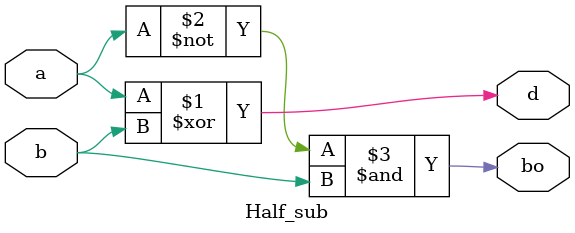
<source format=v>
module Half_sub(input a, b,       // Inputs: a = Minuend, b = Subtrahend
                output d, bo);    // Outputs: d = Difference, bo = Borrow

  assign d = a ^ b;               // Difference = A XOR B
  assign bo = (~a) & b;           // Borrow = NOT A AND B

endmodule

</source>
